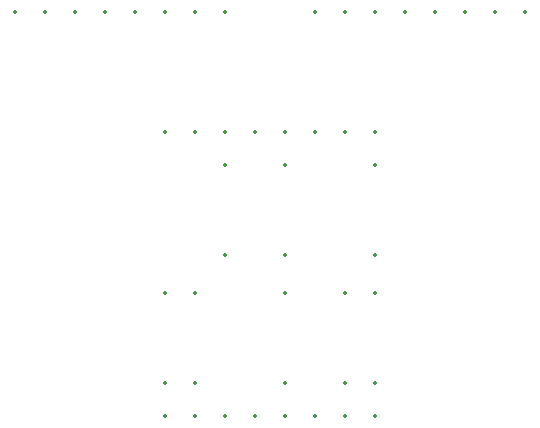
<source format=gbo>
%TF.GenerationSoftware,KiCad,Pcbnew,7.0.10*%
%TF.CreationDate,2024-03-11T20:44:17+01:00*%
%TF.ProjectId,Lamp Matrix Tester,4c616d70-204d-4617-9472-697820546573,1.0*%
%TF.SameCoordinates,Original*%
%TF.FileFunction,Legend,Bot*%
%TF.FilePolarity,Positive*%
%FSLAX46Y46*%
G04 Gerber Fmt 4.6, Leading zero omitted, Abs format (unit mm)*
G04 Created by KiCad (PCBNEW 7.0.10) date 2024-03-11 20:44:17*
%MOMM*%
%LPD*%
G01*
G04 APERTURE LIST*
%ADD10C,0.350000*%
G04 APERTURE END LIST*
D10*
X44450000Y-40860000D03*
X44450000Y-48480000D03*
X39370000Y-59340001D03*
X39370000Y-51720001D03*
X26670000Y-27940000D03*
X29210000Y-27940000D03*
X31750000Y-27940000D03*
X34290000Y-27940000D03*
X36830000Y-27940000D03*
X39370000Y-27940000D03*
X41910000Y-27940000D03*
X44450000Y-27940000D03*
X49530000Y-40860001D03*
X49530000Y-48480001D03*
X54610000Y-51720001D03*
X54610000Y-59340001D03*
X41910000Y-51720001D03*
X41910000Y-59340001D03*
X57150000Y-51720001D03*
X57150000Y-59340001D03*
X49530000Y-51720001D03*
X49530000Y-59340001D03*
X52070000Y-27940000D03*
X54610000Y-27940000D03*
X57150000Y-27940000D03*
X59690000Y-27940000D03*
X62230000Y-27940000D03*
X64770000Y-27940000D03*
X67310000Y-27940000D03*
X69850000Y-27940000D03*
X57150000Y-40860001D03*
X57150000Y-48480001D03*
X39370000Y-62100000D03*
X41910000Y-62100000D03*
X44450000Y-62100000D03*
X46990000Y-62100000D03*
X49530000Y-62100000D03*
X52070000Y-62100000D03*
X54610000Y-62100000D03*
X57150000Y-62100000D03*
X57150000Y-38100000D03*
X54610000Y-38100000D03*
X52070000Y-38100000D03*
X49530000Y-38100000D03*
X46990000Y-38100000D03*
X44450000Y-38100000D03*
X41910000Y-38100000D03*
X39370000Y-38100000D03*
M02*

</source>
